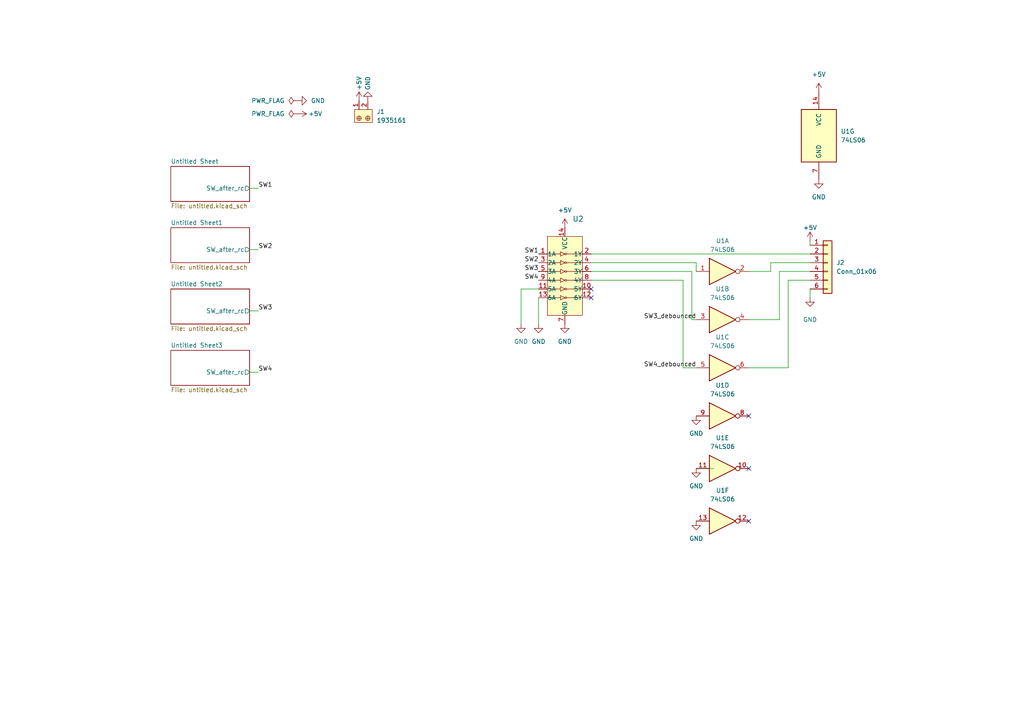
<source format=kicad_sch>
(kicad_sch (version 20230121) (generator eeschema)

  (uuid c1ca48d9-ccf5-4728-b041-a254d6a16158)

  (paper "A4")

  (lib_symbols
    (symbol "74xx:74LS06" (pin_names (offset 1.016)) (in_bom yes) (on_board yes)
      (property "Reference" "U" (at 0 1.27 0)
        (effects (font (size 1.27 1.27)))
      )
      (property "Value" "74LS06" (at 0 -1.27 0)
        (effects (font (size 1.27 1.27)))
      )
      (property "Footprint" "" (at 0 0 0)
        (effects (font (size 1.27 1.27)) hide)
      )
      (property "Datasheet" "http://www.ti.com/lit/gpn/sn74LS06" (at 0 0 0)
        (effects (font (size 1.27 1.27)) hide)
      )
      (property "ki_locked" "" (at 0 0 0)
        (effects (font (size 1.27 1.27)))
      )
      (property "ki_keywords" "TTL not inv OpenCol" (at 0 0 0)
        (effects (font (size 1.27 1.27)) hide)
      )
      (property "ki_description" "Inverter Open Collect" (at 0 0 0)
        (effects (font (size 1.27 1.27)) hide)
      )
      (property "ki_fp_filters" "DIP*W7.62mm*" (at 0 0 0)
        (effects (font (size 1.27 1.27)) hide)
      )
      (symbol "74LS06_1_0"
        (polyline
          (pts
            (xy -3.81 3.81)
            (xy -3.81 -3.81)
            (xy 3.81 0)
            (xy -3.81 3.81)
          )
          (stroke (width 0.254) (type default))
          (fill (type background))
        )
        (pin input line (at -7.62 0 0) (length 3.81)
          (name "~" (effects (font (size 1.27 1.27))))
          (number "1" (effects (font (size 1.27 1.27))))
        )
        (pin open_collector inverted (at 7.62 0 180) (length 3.81)
          (name "~" (effects (font (size 1.27 1.27))))
          (number "2" (effects (font (size 1.27 1.27))))
        )
      )
      (symbol "74LS06_2_0"
        (polyline
          (pts
            (xy -3.81 3.81)
            (xy -3.81 -3.81)
            (xy 3.81 0)
            (xy -3.81 3.81)
          )
          (stroke (width 0.254) (type default))
          (fill (type background))
        )
        (pin input line (at -7.62 0 0) (length 3.81)
          (name "~" (effects (font (size 1.27 1.27))))
          (number "3" (effects (font (size 1.27 1.27))))
        )
        (pin open_collector inverted (at 7.62 0 180) (length 3.81)
          (name "~" (effects (font (size 1.27 1.27))))
          (number "4" (effects (font (size 1.27 1.27))))
        )
      )
      (symbol "74LS06_3_0"
        (polyline
          (pts
            (xy -3.81 3.81)
            (xy -3.81 -3.81)
            (xy 3.81 0)
            (xy -3.81 3.81)
          )
          (stroke (width 0.254) (type default))
          (fill (type background))
        )
        (pin input line (at -7.62 0 0) (length 3.81)
          (name "~" (effects (font (size 1.27 1.27))))
          (number "5" (effects (font (size 1.27 1.27))))
        )
        (pin open_collector inverted (at 7.62 0 180) (length 3.81)
          (name "~" (effects (font (size 1.27 1.27))))
          (number "6" (effects (font (size 1.27 1.27))))
        )
      )
      (symbol "74LS06_4_0"
        (polyline
          (pts
            (xy -3.81 3.81)
            (xy -3.81 -3.81)
            (xy 3.81 0)
            (xy -3.81 3.81)
          )
          (stroke (width 0.254) (type default))
          (fill (type background))
        )
        (pin open_collector inverted (at 7.62 0 180) (length 3.81)
          (name "~" (effects (font (size 1.27 1.27))))
          (number "8" (effects (font (size 1.27 1.27))))
        )
        (pin input line (at -7.62 0 0) (length 3.81)
          (name "~" (effects (font (size 1.27 1.27))))
          (number "9" (effects (font (size 1.27 1.27))))
        )
      )
      (symbol "74LS06_5_0"
        (polyline
          (pts
            (xy -3.81 3.81)
            (xy -3.81 -3.81)
            (xy 3.81 0)
            (xy -3.81 3.81)
          )
          (stroke (width 0.254) (type default))
          (fill (type background))
        )
        (pin open_collector inverted (at 7.62 0 180) (length 3.81)
          (name "~" (effects (font (size 1.27 1.27))))
          (number "10" (effects (font (size 1.27 1.27))))
        )
        (pin input line (at -7.62 0 0) (length 3.81)
          (name "~" (effects (font (size 1.27 1.27))))
          (number "11" (effects (font (size 1.27 1.27))))
        )
      )
      (symbol "74LS06_6_0"
        (polyline
          (pts
            (xy -3.81 3.81)
            (xy -3.81 -3.81)
            (xy 3.81 0)
            (xy -3.81 3.81)
          )
          (stroke (width 0.254) (type default))
          (fill (type background))
        )
        (pin open_collector inverted (at 7.62 0 180) (length 3.81)
          (name "~" (effects (font (size 1.27 1.27))))
          (number "12" (effects (font (size 1.27 1.27))))
        )
        (pin input line (at -7.62 0 0) (length 3.81)
          (name "~" (effects (font (size 1.27 1.27))))
          (number "13" (effects (font (size 1.27 1.27))))
        )
      )
      (symbol "74LS06_7_0"
        (pin power_in line (at 0 12.7 270) (length 5.08)
          (name "VCC" (effects (font (size 1.27 1.27))))
          (number "14" (effects (font (size 1.27 1.27))))
        )
        (pin power_in line (at 0 -12.7 90) (length 5.08)
          (name "GND" (effects (font (size 1.27 1.27))))
          (number "7" (effects (font (size 1.27 1.27))))
        )
      )
      (symbol "74LS06_7_1"
        (rectangle (start -5.08 7.62) (end 5.08 -7.62)
          (stroke (width 0.254) (type default))
          (fill (type background))
        )
      )
    )
    (symbol "Connector_Generic:Conn_01x06" (pin_names (offset 1.016) hide) (in_bom yes) (on_board yes)
      (property "Reference" "J" (at 0 7.62 0)
        (effects (font (size 1.27 1.27)))
      )
      (property "Value" "Conn_01x06" (at 0 -10.16 0)
        (effects (font (size 1.27 1.27)))
      )
      (property "Footprint" "" (at 0 0 0)
        (effects (font (size 1.27 1.27)) hide)
      )
      (property "Datasheet" "~" (at 0 0 0)
        (effects (font (size 1.27 1.27)) hide)
      )
      (property "ki_keywords" "connector" (at 0 0 0)
        (effects (font (size 1.27 1.27)) hide)
      )
      (property "ki_description" "Generic connector, single row, 01x06, script generated (kicad-library-utils/schlib/autogen/connector/)" (at 0 0 0)
        (effects (font (size 1.27 1.27)) hide)
      )
      (property "ki_fp_filters" "Connector*:*_1x??_*" (at 0 0 0)
        (effects (font (size 1.27 1.27)) hide)
      )
      (symbol "Conn_01x06_1_1"
        (rectangle (start -1.27 -7.493) (end 0 -7.747)
          (stroke (width 0.1524) (type default))
          (fill (type none))
        )
        (rectangle (start -1.27 -4.953) (end 0 -5.207)
          (stroke (width 0.1524) (type default))
          (fill (type none))
        )
        (rectangle (start -1.27 -2.413) (end 0 -2.667)
          (stroke (width 0.1524) (type default))
          (fill (type none))
        )
        (rectangle (start -1.27 0.127) (end 0 -0.127)
          (stroke (width 0.1524) (type default))
          (fill (type none))
        )
        (rectangle (start -1.27 2.667) (end 0 2.413)
          (stroke (width 0.1524) (type default))
          (fill (type none))
        )
        (rectangle (start -1.27 5.207) (end 0 4.953)
          (stroke (width 0.1524) (type default))
          (fill (type none))
        )
        (rectangle (start -1.27 6.35) (end 1.27 -8.89)
          (stroke (width 0.254) (type default))
          (fill (type background))
        )
        (pin passive line (at -5.08 5.08 0) (length 3.81)
          (name "Pin_1" (effects (font (size 1.27 1.27))))
          (number "1" (effects (font (size 1.27 1.27))))
        )
        (pin passive line (at -5.08 2.54 0) (length 3.81)
          (name "Pin_2" (effects (font (size 1.27 1.27))))
          (number "2" (effects (font (size 1.27 1.27))))
        )
        (pin passive line (at -5.08 0 0) (length 3.81)
          (name "Pin_3" (effects (font (size 1.27 1.27))))
          (number "3" (effects (font (size 1.27 1.27))))
        )
        (pin passive line (at -5.08 -2.54 0) (length 3.81)
          (name "Pin_4" (effects (font (size 1.27 1.27))))
          (number "4" (effects (font (size 1.27 1.27))))
        )
        (pin passive line (at -5.08 -5.08 0) (length 3.81)
          (name "Pin_5" (effects (font (size 1.27 1.27))))
          (number "5" (effects (font (size 1.27 1.27))))
        )
        (pin passive line (at -5.08 -7.62 0) (length 3.81)
          (name "Pin_6" (effects (font (size 1.27 1.27))))
          (number "6" (effects (font (size 1.27 1.27))))
        )
      )
    )
    (symbol "dk_Logic-Gates-and-Inverters:SN74HC14N" (pin_names (offset 0.0254)) (in_bom yes) (on_board yes)
      (property "Reference" "U" (at -2.54 13.716 0)
        (effects (font (size 1.524 1.524)) (justify right))
      )
      (property "Value" "SN74HC14N" (at 0.254 -11.43 0)
        (effects (font (size 1.524 1.524)) (justify left))
      )
      (property "Footprint" "digikey-footprints:DIP-14_W3mm" (at 5.08 5.08 0)
        (effects (font (size 1.524 1.524)) (justify left) hide)
      )
      (property "Datasheet" "http://www.ti.com/general/docs/suppproductinfo.tsp?distId=10&gotoUrl=http%3A%2F%2Fwww.ti.com%2Flit%2Fgpn%2Fsn74hc14" (at 5.08 7.62 0)
        (effects (font (size 1.524 1.524)) (justify left) hide)
      )
      (property "Digi-Key_PN" "296-1577-5-ND" (at 5.08 10.16 0)
        (effects (font (size 1.524 1.524)) (justify left) hide)
      )
      (property "MPN" "SN74HC14N" (at 5.08 12.7 0)
        (effects (font (size 1.524 1.524)) (justify left) hide)
      )
      (property "Category" "Integrated Circuits (ICs)" (at 5.08 15.24 0)
        (effects (font (size 1.524 1.524)) (justify left) hide)
      )
      (property "Family" "Logic - Gates and Inverters" (at 5.08 17.78 0)
        (effects (font (size 1.524 1.524)) (justify left) hide)
      )
      (property "DK_Datasheet_Link" "http://www.ti.com/general/docs/suppproductinfo.tsp?distId=10&gotoUrl=http%3A%2F%2Fwww.ti.com%2Flit%2Fgpn%2Fsn74hc14" (at 5.08 20.32 0)
        (effects (font (size 1.524 1.524)) (justify left) hide)
      )
      (property "DK_Detail_Page" "/product-detail/en/texas-instruments/SN74HC14N/296-1577-5-ND/277223" (at 5.08 22.86 0)
        (effects (font (size 1.524 1.524)) (justify left) hide)
      )
      (property "Description" "IC INVERTER SCHMITT 6CH 14DIP" (at 5.08 25.4 0)
        (effects (font (size 1.524 1.524)) (justify left) hide)
      )
      (property "Manufacturer" "Texas Instruments" (at 5.08 27.94 0)
        (effects (font (size 1.524 1.524)) (justify left) hide)
      )
      (property "Status" "Active" (at 5.08 30.48 0)
        (effects (font (size 1.524 1.524)) (justify left) hide)
      )
      (property "ki_keywords" "296-1577-5-ND 74HC" (at 0 0 0)
        (effects (font (size 1.27 1.27)) hide)
      )
      (property "ki_description" "IC INVERTER SCHMITT 6CH 14DIP" (at 0 0 0)
        (effects (font (size 1.27 1.27)) hide)
      )
      (symbol "SN74HC14N_0_1"
        (rectangle (start -5.08 12.7) (end 5.08 -10.16)
          (stroke (width 0) (type solid))
          (fill (type background))
        )
        (polyline
          (pts
            (xy -2.54 -5.08)
            (xy -5.08 -5.08)
          )
          (stroke (width 0) (type solid))
          (fill (type none))
        )
        (polyline
          (pts
            (xy -2.54 -2.54)
            (xy -5.08 -2.54)
          )
          (stroke (width 0) (type solid))
          (fill (type none))
        )
        (polyline
          (pts
            (xy -2.54 -2.54)
            (xy -1.27 -2.54)
          )
          (stroke (width 0) (type solid))
          (fill (type none))
        )
        (polyline
          (pts
            (xy -2.54 0)
            (xy -5.08 0)
          )
          (stroke (width 0) (type solid))
          (fill (type none))
        )
        (polyline
          (pts
            (xy -2.54 2.54)
            (xy -5.08 2.54)
          )
          (stroke (width 0) (type solid))
          (fill (type none))
        )
        (polyline
          (pts
            (xy -2.54 2.54)
            (xy -1.27 2.54)
          )
          (stroke (width 0) (type solid))
          (fill (type none))
        )
        (polyline
          (pts
            (xy -2.54 5.08)
            (xy -5.08 5.08)
          )
          (stroke (width 0) (type solid))
          (fill (type none))
        )
        (polyline
          (pts
            (xy -2.54 7.62)
            (xy -5.08 7.62)
          )
          (stroke (width 0) (type solid))
          (fill (type none))
        )
        (polyline
          (pts
            (xy -1.27 -5.08)
            (xy -2.54 -5.08)
          )
          (stroke (width 0) (type solid))
          (fill (type none))
        )
        (polyline
          (pts
            (xy -1.27 0)
            (xy -2.54 0)
          )
          (stroke (width 0) (type solid))
          (fill (type none))
        )
        (polyline
          (pts
            (xy -1.27 5.08)
            (xy -2.54 5.08)
          )
          (stroke (width 0) (type solid))
          (fill (type none))
        )
        (polyline
          (pts
            (xy -1.27 7.62)
            (xy -2.54 7.62)
          )
          (stroke (width 0) (type solid))
          (fill (type none))
        )
        (polyline
          (pts
            (xy 0.508 -5.08)
            (xy 2.54 -5.08)
          )
          (stroke (width 0) (type solid))
          (fill (type none))
        )
        (polyline
          (pts
            (xy 0.508 0)
            (xy 2.54 0)
          )
          (stroke (width 0) (type solid))
          (fill (type none))
        )
        (polyline
          (pts
            (xy 0.508 2.54)
            (xy 2.54 2.54)
          )
          (stroke (width 0) (type solid))
          (fill (type none))
        )
        (polyline
          (pts
            (xy 0.508 5.08)
            (xy 2.54 5.08)
          )
          (stroke (width 0) (type solid))
          (fill (type none))
        )
        (polyline
          (pts
            (xy 2.54 -2.54)
            (xy 0.508 -2.54)
          )
          (stroke (width 0) (type solid))
          (fill (type none))
        )
        (polyline
          (pts
            (xy 2.54 7.62)
            (xy 0.508 7.62)
          )
          (stroke (width 0) (type solid))
          (fill (type none))
        )
        (polyline
          (pts
            (xy 5.08 -5.08)
            (xy 2.54 -5.08)
          )
          (stroke (width 0) (type solid))
          (fill (type none))
        )
        (polyline
          (pts
            (xy 5.08 -2.54)
            (xy 2.54 -2.54)
          )
          (stroke (width 0) (type solid))
          (fill (type none))
        )
        (polyline
          (pts
            (xy 5.08 0)
            (xy 2.54 0)
          )
          (stroke (width 0) (type solid))
          (fill (type none))
        )
        (polyline
          (pts
            (xy 5.08 2.54)
            (xy 2.54 2.54)
          )
          (stroke (width 0) (type solid))
          (fill (type none))
        )
        (polyline
          (pts
            (xy 5.08 5.08)
            (xy 2.54 5.08)
          )
          (stroke (width 0) (type solid))
          (fill (type none))
        )
        (polyline
          (pts
            (xy 5.08 7.62)
            (xy 2.54 7.62)
          )
          (stroke (width 0) (type solid))
          (fill (type none))
        )
        (polyline
          (pts
            (xy -1.27 -4.445)
            (xy -1.27 -5.715)
            (xy 0 -5.08)
            (xy -1.27 -4.445)
          )
          (stroke (width 0) (type solid))
          (fill (type none))
        )
        (polyline
          (pts
            (xy -1.27 -1.905)
            (xy -1.27 -3.175)
            (xy 0 -2.54)
            (xy -1.27 -1.905)
          )
          (stroke (width 0) (type solid))
          (fill (type none))
        )
        (polyline
          (pts
            (xy -1.27 0.635)
            (xy -1.27 -0.635)
            (xy 0 0)
            (xy -1.27 0.635)
          )
          (stroke (width 0) (type solid))
          (fill (type none))
        )
        (polyline
          (pts
            (xy -1.27 3.175)
            (xy -1.27 1.905)
            (xy 0 2.54)
            (xy -1.27 3.175)
          )
          (stroke (width 0) (type solid))
          (fill (type none))
        )
        (polyline
          (pts
            (xy -1.27 5.715)
            (xy -1.27 4.445)
            (xy 0 5.08)
            (xy -1.27 5.715)
          )
          (stroke (width 0) (type solid))
          (fill (type none))
        )
        (polyline
          (pts
            (xy -1.27 8.255)
            (xy -1.27 6.985)
            (xy 0 7.62)
            (xy -1.27 8.255)
          )
          (stroke (width 0) (type solid))
          (fill (type none))
        )
        (circle (center 0.254 -5.08) (radius 0.254)
          (stroke (width 0) (type solid))
          (fill (type none))
        )
        (circle (center 0.254 -2.54) (radius 0.254)
          (stroke (width 0) (type solid))
          (fill (type none))
        )
        (circle (center 0.254 0) (radius 0.254)
          (stroke (width 0) (type solid))
          (fill (type none))
        )
        (circle (center 0.254 2.54) (radius 0.254)
          (stroke (width 0) (type solid))
          (fill (type none))
        )
        (circle (center 0.254 5.08) (radius 0.254)
          (stroke (width 0) (type solid))
          (fill (type none))
        )
        (circle (center 0.254 7.62) (radius 0.254)
          (stroke (width 0) (type solid))
          (fill (type none))
        )
      )
      (symbol "SN74HC14N_1_1"
        (pin input line (at -7.62 7.62 0) (length 2.54)
          (name "1A" (effects (font (size 1.27 1.27))))
          (number "1" (effects (font (size 1.27 1.27))))
        )
        (pin output line (at 7.62 -2.54 180) (length 2.54)
          (name "5Y" (effects (font (size 1.27 1.27))))
          (number "10" (effects (font (size 1.27 1.27))))
        )
        (pin input line (at -7.62 -2.54 0) (length 2.54)
          (name "5A" (effects (font (size 1.27 1.27))))
          (number "11" (effects (font (size 1.27 1.27))))
        )
        (pin output line (at 7.62 -5.08 180) (length 2.54)
          (name "6Y" (effects (font (size 1.27 1.27))))
          (number "12" (effects (font (size 1.27 1.27))))
        )
        (pin input line (at -7.62 -5.08 0) (length 2.54)
          (name "6A" (effects (font (size 1.27 1.27))))
          (number "13" (effects (font (size 1.27 1.27))))
        )
        (pin power_in line (at 0 15.24 270) (length 2.54)
          (name "VCC" (effects (font (size 1.27 1.27))))
          (number "14" (effects (font (size 1.27 1.27))))
        )
        (pin output line (at 7.62 7.62 180) (length 2.54)
          (name "1Y" (effects (font (size 1.27 1.27))))
          (number "2" (effects (font (size 1.27 1.27))))
        )
        (pin input line (at -7.62 5.08 0) (length 2.54)
          (name "2A" (effects (font (size 1.27 1.27))))
          (number "3" (effects (font (size 1.27 1.27))))
        )
        (pin output line (at 7.62 5.08 180) (length 2.54)
          (name "2Y" (effects (font (size 1.27 1.27))))
          (number "4" (effects (font (size 1.27 1.27))))
        )
        (pin input line (at -7.62 2.54 0) (length 2.54)
          (name "3A" (effects (font (size 1.27 1.27))))
          (number "5" (effects (font (size 1.27 1.27))))
        )
        (pin output line (at 7.62 2.54 180) (length 2.54)
          (name "3Y" (effects (font (size 1.27 1.27))))
          (number "6" (effects (font (size 1.27 1.27))))
        )
        (pin power_in line (at 0 -12.7 90) (length 2.54)
          (name "GND" (effects (font (size 1.27 1.27))))
          (number "7" (effects (font (size 1.27 1.27))))
        )
        (pin output line (at 7.62 0 180) (length 2.54)
          (name "4Y" (effects (font (size 1.27 1.27))))
          (number "8" (effects (font (size 1.27 1.27))))
        )
        (pin input line (at -7.62 0 0) (length 2.54)
          (name "4A" (effects (font (size 1.27 1.27))))
          (number "9" (effects (font (size 1.27 1.27))))
        )
      )
    )
    (symbol "dk_Terminal-Blocks-Wire-to-Board:1935161" (pin_names (offset 1.016)) (in_bom yes) (on_board yes)
      (property "Reference" "J" (at -1.27 5.08 0)
        (effects (font (size 1.27 1.27)) (justify right))
      )
      (property "Value" "1935161" (at 1.27 -2.54 0)
        (effects (font (size 1.27 1.27)))
      )
      (property "Footprint" "digikey-footprints:Terminal_Block_D1.3mm_P5mm" (at 5.08 5.08 0)
        (effects (font (size 1.524 1.524)) (justify left) hide)
      )
      (property "Datasheet" "https://media.digikey.com/pdf/Data%20Sheets/Phoenix%20Contact%20PDFs/1935161.pdf" (at 5.08 7.62 0)
        (effects (font (size 1.524 1.524)) (justify left) hide)
      )
      (property "Digi-Key_PN" "277-1667-ND" (at 5.08 10.16 0)
        (effects (font (size 1.524 1.524)) (justify left) hide)
      )
      (property "MPN" "1935161" (at 5.08 12.7 0)
        (effects (font (size 1.524 1.524)) (justify left) hide)
      )
      (property "Category" "Connectors, Interconnects" (at 5.08 15.24 0)
        (effects (font (size 1.524 1.524)) (justify left) hide)
      )
      (property "Family" "Terminal Blocks - Wire to Board" (at 5.08 17.78 0)
        (effects (font (size 1.524 1.524)) (justify left) hide)
      )
      (property "DK_Datasheet_Link" "https://media.digikey.com/pdf/Data%20Sheets/Phoenix%20Contact%20PDFs/1935161.pdf" (at 5.08 20.32 0)
        (effects (font (size 1.524 1.524)) (justify left) hide)
      )
      (property "DK_Detail_Page" "/product-detail/en/phoenix-contact/1935161/277-1667-ND/568614" (at 5.08 22.86 0)
        (effects (font (size 1.524 1.524)) (justify left) hide)
      )
      (property "Description" "TERM BLK 2POS SIDE ENTRY 5MM PCB" (at 5.08 25.4 0)
        (effects (font (size 1.524 1.524)) (justify left) hide)
      )
      (property "Manufacturer" "Phoenix Contact" (at 5.08 27.94 0)
        (effects (font (size 1.524 1.524)) (justify left) hide)
      )
      (property "Status" "Active" (at 5.08 30.48 0)
        (effects (font (size 1.524 1.524)) (justify left) hide)
      )
      (property "ki_keywords" "277-1667-ND COMBICON PT" (at 0 0 0)
        (effects (font (size 1.27 1.27)) hide)
      )
      (property "ki_description" "TERM BLK 2POS SIDE ENTRY 5MM PCB" (at 0 0 0)
        (effects (font (size 1.27 1.27)) hide)
      )
      (symbol "1935161_0_1"
        (rectangle (start -1.27 2.54) (end 3.81 -1.27)
          (stroke (width 0) (type solid))
          (fill (type background))
        )
        (polyline
          (pts
            (xy 0 0.635)
            (xy 0 -0.635)
          )
          (stroke (width 0) (type solid))
          (fill (type none))
        )
        (polyline
          (pts
            (xy 0.635 0)
            (xy -0.635 0)
          )
          (stroke (width 0) (type solid))
          (fill (type none))
        )
        (polyline
          (pts
            (xy 1.905 0)
            (xy 3.175 0)
          )
          (stroke (width 0) (type solid))
          (fill (type none))
        )
        (polyline
          (pts
            (xy 2.54 0.635)
            (xy 2.54 -0.635)
          )
          (stroke (width 0) (type solid))
          (fill (type none))
        )
        (circle (center 0 0) (radius 0.635)
          (stroke (width 0) (type solid))
          (fill (type none))
        )
        (circle (center 2.54 0) (radius 0.635)
          (stroke (width 0) (type solid))
          (fill (type none))
        )
      )
      (symbol "1935161_1_1"
        (pin passive line (at 0 5.08 270) (length 2.54)
          (name "~" (effects (font (size 1.27 1.27))))
          (number "1" (effects (font (size 1.27 1.27))))
        )
        (pin passive line (at 2.54 5.08 270) (length 2.54)
          (name "~" (effects (font (size 1.27 1.27))))
          (number "2" (effects (font (size 1.27 1.27))))
        )
      )
    )
    (symbol "power:+5V" (power) (pin_names (offset 0)) (in_bom yes) (on_board yes)
      (property "Reference" "#PWR" (at 0 -3.81 0)
        (effects (font (size 1.27 1.27)) hide)
      )
      (property "Value" "+5V" (at 0 3.556 0)
        (effects (font (size 1.27 1.27)))
      )
      (property "Footprint" "" (at 0 0 0)
        (effects (font (size 1.27 1.27)) hide)
      )
      (property "Datasheet" "" (at 0 0 0)
        (effects (font (size 1.27 1.27)) hide)
      )
      (property "ki_keywords" "global power" (at 0 0 0)
        (effects (font (size 1.27 1.27)) hide)
      )
      (property "ki_description" "Power symbol creates a global label with name \"+5V\"" (at 0 0 0)
        (effects (font (size 1.27 1.27)) hide)
      )
      (symbol "+5V_0_1"
        (polyline
          (pts
            (xy -0.762 1.27)
            (xy 0 2.54)
          )
          (stroke (width 0) (type default))
          (fill (type none))
        )
        (polyline
          (pts
            (xy 0 0)
            (xy 0 2.54)
          )
          (stroke (width 0) (type default))
          (fill (type none))
        )
        (polyline
          (pts
            (xy 0 2.54)
            (xy 0.762 1.27)
          )
          (stroke (width 0) (type default))
          (fill (type none))
        )
      )
      (symbol "+5V_1_1"
        (pin power_in line (at 0 0 90) (length 0) hide
          (name "+5V" (effects (font (size 1.27 1.27))))
          (number "1" (effects (font (size 1.27 1.27))))
        )
      )
    )
    (symbol "power:GND" (power) (pin_names (offset 0)) (in_bom yes) (on_board yes)
      (property "Reference" "#PWR" (at 0 -6.35 0)
        (effects (font (size 1.27 1.27)) hide)
      )
      (property "Value" "GND" (at 0 -3.81 0)
        (effects (font (size 1.27 1.27)))
      )
      (property "Footprint" "" (at 0 0 0)
        (effects (font (size 1.27 1.27)) hide)
      )
      (property "Datasheet" "" (at 0 0 0)
        (effects (font (size 1.27 1.27)) hide)
      )
      (property "ki_keywords" "global power" (at 0 0 0)
        (effects (font (size 1.27 1.27)) hide)
      )
      (property "ki_description" "Power symbol creates a global label with name \"GND\" , ground" (at 0 0 0)
        (effects (font (size 1.27 1.27)) hide)
      )
      (symbol "GND_0_1"
        (polyline
          (pts
            (xy 0 0)
            (xy 0 -1.27)
            (xy 1.27 -1.27)
            (xy 0 -2.54)
            (xy -1.27 -1.27)
            (xy 0 -1.27)
          )
          (stroke (width 0) (type default))
          (fill (type none))
        )
      )
      (symbol "GND_1_1"
        (pin power_in line (at 0 0 270) (length 0) hide
          (name "GND" (effects (font (size 1.27 1.27))))
          (number "1" (effects (font (size 1.27 1.27))))
        )
      )
    )
    (symbol "power:PWR_FLAG" (power) (pin_numbers hide) (pin_names (offset 0) hide) (in_bom yes) (on_board yes)
      (property "Reference" "#FLG" (at 0 1.905 0)
        (effects (font (size 1.27 1.27)) hide)
      )
      (property "Value" "PWR_FLAG" (at 0 3.81 0)
        (effects (font (size 1.27 1.27)))
      )
      (property "Footprint" "" (at 0 0 0)
        (effects (font (size 1.27 1.27)) hide)
      )
      (property "Datasheet" "~" (at 0 0 0)
        (effects (font (size 1.27 1.27)) hide)
      )
      (property "ki_keywords" "flag power" (at 0 0 0)
        (effects (font (size 1.27 1.27)) hide)
      )
      (property "ki_description" "Special symbol for telling ERC where power comes from" (at 0 0 0)
        (effects (font (size 1.27 1.27)) hide)
      )
      (symbol "PWR_FLAG_0_0"
        (pin power_out line (at 0 0 90) (length 0)
          (name "pwr" (effects (font (size 1.27 1.27))))
          (number "1" (effects (font (size 1.27 1.27))))
        )
      )
      (symbol "PWR_FLAG_0_1"
        (polyline
          (pts
            (xy 0 0)
            (xy 0 1.27)
            (xy -1.016 1.905)
            (xy 0 2.54)
            (xy 1.016 1.905)
            (xy 0 1.27)
          )
          (stroke (width 0) (type default))
          (fill (type none))
        )
      )
    )
  )


  (no_connect (at 171.45 86.36) (uuid 0871175e-5a15-4de7-af06-326d8367e2e6))
  (no_connect (at 217.17 120.65) (uuid 14cd0e46-1ab3-46f0-9b4c-e0ac25e55d09))
  (no_connect (at 171.45 83.82) (uuid 1585b387-b5ce-42a1-bc8e-c9aa9770d18d))
  (no_connect (at 217.17 151.13) (uuid 5c48e229-254a-4d4c-962b-dc280488bea1))
  (no_connect (at 217.17 135.89) (uuid ae830387-e38d-474a-9090-67b26badec2f))

  (wire (pts (xy 151.13 83.82) (xy 156.21 83.82))
    (stroke (width 0) (type default))
    (uuid 01036d01-6c6e-457d-8c13-51fc91697bbc)
  )
  (wire (pts (xy 228.6 106.68) (xy 228.6 81.28))
    (stroke (width 0) (type default))
    (uuid 0dbcb992-abc8-4cdd-a472-709973c19d33)
  )
  (wire (pts (xy 201.93 76.2) (xy 201.93 78.74))
    (stroke (width 0) (type default))
    (uuid 1090f8eb-c5b4-4e4b-b1fb-b3cf4c6619f5)
  )
  (wire (pts (xy 198.12 106.68) (xy 201.93 106.68))
    (stroke (width 0) (type default))
    (uuid 16e64cf1-9c89-4163-b7fc-ab55cda28af8)
  )
  (wire (pts (xy 217.17 78.74) (xy 223.52 78.74))
    (stroke (width 0) (type default))
    (uuid 241e9afa-0943-4bf0-abdb-7796921bb526)
  )
  (wire (pts (xy 228.6 81.28) (xy 234.95 81.28))
    (stroke (width 0) (type default))
    (uuid 31414c8e-d14b-482e-a13b-42a95ebef02a)
  )
  (wire (pts (xy 226.06 92.71) (xy 226.06 78.74))
    (stroke (width 0) (type default))
    (uuid 396ced86-4191-4884-b146-309409de37f0)
  )
  (wire (pts (xy 72.39 72.39) (xy 74.93 72.39))
    (stroke (width 0) (type default))
    (uuid 459a986d-d154-4375-9e3c-e88216bbf0a7)
  )
  (wire (pts (xy 223.52 78.74) (xy 223.52 76.2))
    (stroke (width 0) (type default))
    (uuid 46b912dd-3af2-4b25-8e02-650bce55da51)
  )
  (wire (pts (xy 171.45 76.2) (xy 201.93 76.2))
    (stroke (width 0) (type default))
    (uuid 49d6cb8c-c271-48fa-83c1-55df46e7cee5)
  )
  (wire (pts (xy 200.66 78.74) (xy 200.66 92.71))
    (stroke (width 0) (type default))
    (uuid 54ab71d5-0007-4d56-91c3-635029ddb216)
  )
  (wire (pts (xy 72.39 90.17) (xy 74.93 90.17))
    (stroke (width 0) (type default))
    (uuid 5f81b071-425a-4fe3-b0ae-8a92526e93f6)
  )
  (wire (pts (xy 72.39 107.95) (xy 74.93 107.95))
    (stroke (width 0) (type default))
    (uuid 661a6a8e-0550-44ff-ac90-9d169f4c53de)
  )
  (wire (pts (xy 151.13 93.98) (xy 151.13 83.82))
    (stroke (width 0) (type default))
    (uuid 73c1f21b-b249-44c0-904a-04bfb3ece045)
  )
  (wire (pts (xy 226.06 78.74) (xy 234.95 78.74))
    (stroke (width 0) (type default))
    (uuid 8b9cdca7-ac57-491c-8b55-fbc9b1b0d21e)
  )
  (wire (pts (xy 201.93 135.89) (xy 207.01 135.89))
    (stroke (width 0) (type default))
    (uuid 97edf4fc-e7b1-46bf-b7b4-46c6114703c7)
  )
  (wire (pts (xy 234.95 71.12) (xy 234.95 69.85))
    (stroke (width 0) (type default))
    (uuid a984ee29-944e-4817-851f-5673722885c4)
  )
  (wire (pts (xy 171.45 73.66) (xy 234.95 73.66))
    (stroke (width 0) (type default))
    (uuid b8680b16-661a-4e19-911a-c35d4f64e0cf)
  )
  (wire (pts (xy 171.45 81.28) (xy 198.12 81.28))
    (stroke (width 0) (type default))
    (uuid bb9b4fbe-70ef-4091-b1a6-9113770fb548)
  )
  (wire (pts (xy 156.21 86.36) (xy 156.21 93.98))
    (stroke (width 0) (type default))
    (uuid bbbaa9e3-df03-4bf3-b0b0-89efcda004a6)
  )
  (wire (pts (xy 200.66 92.71) (xy 201.93 92.71))
    (stroke (width 0) (type default))
    (uuid be58404f-3b91-4fa8-8aa5-ab9e834eb2be)
  )
  (wire (pts (xy 223.52 76.2) (xy 234.95 76.2))
    (stroke (width 0) (type default))
    (uuid bf1f58a4-3cd5-4cf4-a996-22a949c7e6d1)
  )
  (wire (pts (xy 198.12 81.28) (xy 198.12 106.68))
    (stroke (width 0) (type default))
    (uuid c25447e0-9387-4143-bd6e-d4a490e4c6aa)
  )
  (wire (pts (xy 234.95 83.82) (xy 234.95 86.36))
    (stroke (width 0) (type default))
    (uuid d3fb23a1-0ccb-4d17-b501-ad7f605802b6)
  )
  (wire (pts (xy 72.39 54.61) (xy 74.93 54.61))
    (stroke (width 0) (type default))
    (uuid f43fb9c5-d888-464c-a9bd-aa5dd746c617)
  )
  (wire (pts (xy 217.17 106.68) (xy 228.6 106.68))
    (stroke (width 0) (type default))
    (uuid f994a97b-88ec-4c96-b638-08ea62b0070d)
  )
  (wire (pts (xy 171.45 78.74) (xy 200.66 78.74))
    (stroke (width 0) (type default))
    (uuid fd004644-0f17-48e7-b791-7b702299a438)
  )
  (wire (pts (xy 217.17 92.71) (xy 226.06 92.71))
    (stroke (width 0) (type default))
    (uuid febb2a6d-ab22-416d-bbb2-b9315a94c704)
  )

  (label "SW4_debounced" (at 201.93 106.68 180) (fields_autoplaced)
    (effects (font (size 1.27 1.27)) (justify right bottom))
    (uuid 0b7d6ecd-e693-4a81-bf87-6df531f1a5e7)
  )
  (label "SW3_debounced" (at 201.93 92.71 180) (fields_autoplaced)
    (effects (font (size 1.27 1.27)) (justify right bottom))
    (uuid 0df31b04-ad1d-4fc9-bf3d-14e4f40129a3)
  )
  (label "SW3" (at 156.21 78.74 180) (fields_autoplaced)
    (effects (font (size 1.27 1.27)) (justify right bottom))
    (uuid 7ace4a12-fd5a-4a96-a05a-2593ee35d6a9)
  )
  (label "SW2" (at 156.21 76.2 180) (fields_autoplaced)
    (effects (font (size 1.27 1.27)) (justify right bottom))
    (uuid 8cfd2180-e19c-495a-81b4-f2f30ae3b133)
  )
  (label "SW1" (at 74.93 54.61 0) (fields_autoplaced)
    (effects (font (size 1.27 1.27)) (justify left bottom))
    (uuid 8dfb5274-4746-4380-9d01-896524bed76d)
  )
  (label "SW2" (at 74.93 72.39 0) (fields_autoplaced)
    (effects (font (size 1.27 1.27)) (justify left bottom))
    (uuid 985b5b2b-eadd-46a7-b1fd-07832b4222eb)
  )
  (label "SW4" (at 156.21 81.28 180) (fields_autoplaced)
    (effects (font (size 1.27 1.27)) (justify right bottom))
    (uuid a4c16281-a3d6-48d6-9083-3363a1011686)
  )
  (label "SW1" (at 156.21 73.66 180) (fields_autoplaced)
    (effects (font (size 1.27 1.27)) (justify right bottom))
    (uuid c7ad3a45-8700-4e22-aac7-72d773553e9b)
  )
  (label "SW3" (at 74.93 90.17 0) (fields_autoplaced)
    (effects (font (size 1.27 1.27)) (justify left bottom))
    (uuid e6eda15c-add5-45e1-aff1-12dd9151c8bd)
  )
  (label "SW4" (at 74.93 107.95 0) (fields_autoplaced)
    (effects (font (size 1.27 1.27)) (justify left bottom))
    (uuid f7b55eb0-a2db-4dc8-90dd-73f1192ec5e0)
  )

  (symbol (lib_id "74xx:74LS06") (at 209.55 106.68 0) (unit 3)
    (in_bom yes) (on_board yes) (dnp no) (fields_autoplaced)
    (uuid 00759fec-ea72-426c-80cc-c7cd92e47fb6)
    (property "Reference" "U1" (at 209.55 97.79 0)
      (effects (font (size 1.27 1.27)))
    )
    (property "Value" "74LS06" (at 209.55 100.33 0)
      (effects (font (size 1.27 1.27)))
    )
    (property "Footprint" "Package_DIP:DIP-14_W7.62mm" (at 209.55 106.68 0)
      (effects (font (size 1.27 1.27)) hide)
    )
    (property "Datasheet" "http://www.ti.com/lit/gpn/sn74LS06" (at 209.55 106.68 0)
      (effects (font (size 1.27 1.27)) hide)
    )
    (pin "1" (uuid eac3101e-b613-493b-9c96-78c1fa5452fd))
    (pin "2" (uuid 68304244-86b7-42f8-a444-b3de4b665094))
    (pin "3" (uuid fdf44155-f069-47f2-ab97-324c81a14b64))
    (pin "4" (uuid 858c2b74-268e-40be-8b4c-5b62a5bfa382))
    (pin "5" (uuid 436dbd01-190d-4720-bf17-c8c4a3872b36))
    (pin "6" (uuid 75550e81-c8ce-44f2-bb91-f574f8d6d3d6))
    (pin "8" (uuid 68b07da9-a23e-4981-8667-6c26076c9f37))
    (pin "9" (uuid 473b0ef5-64ff-4dd8-af87-ff2931b90a4c))
    (pin "10" (uuid 69427651-f993-4f2a-b698-cfb4bc52b443))
    (pin "11" (uuid c4c20689-d364-4e0c-b347-2b1865864411))
    (pin "12" (uuid 11f389b1-af36-4023-8034-3fa7ca6ee22f))
    (pin "13" (uuid a82b9d2c-e754-452c-9e32-a6c0cb9867f4))
    (pin "14" (uuid 6e9b0eac-2f22-48a4-af96-18fbadd19da6))
    (pin "7" (uuid 8a69b59f-0e2e-462d-9044-7bafdc4435ca))
    (instances
      (project "4-button debouncer"
        (path "/c1ca48d9-ccf5-4728-b041-a254d6a16158"
          (reference "U1") (unit 3)
        )
      )
    )
  )

  (symbol (lib_id "power:+5V") (at 237.49 26.67 0) (unit 1)
    (in_bom yes) (on_board yes) (dnp no)
    (uuid 03bb3f28-e858-4ef7-bc72-32879e707c1f)
    (property "Reference" "#PWR01" (at 237.49 30.48 0)
      (effects (font (size 1.27 1.27)) hide)
    )
    (property "Value" "+5V" (at 237.49 21.59 0)
      (effects (font (size 1.27 1.27)))
    )
    (property "Footprint" "" (at 237.49 26.67 0)
      (effects (font (size 1.27 1.27)) hide)
    )
    (property "Datasheet" "" (at 237.49 26.67 0)
      (effects (font (size 1.27 1.27)) hide)
    )
    (pin "1" (uuid 086bb5d7-d1d7-4ea7-a1c8-7260e2b874fe))
    (instances
      (project "4-button debouncer"
        (path "/c1ca48d9-ccf5-4728-b041-a254d6a16158"
          (reference "#PWR01") (unit 1)
        )
      )
    )
  )

  (symbol (lib_id "power:+5V") (at 104.14 29.21 0) (unit 1)
    (in_bom yes) (on_board yes) (dnp no)
    (uuid 0fcf1581-04f4-4321-87b8-18e1571f35be)
    (property "Reference" "#PWR02" (at 104.14 33.02 0)
      (effects (font (size 1.27 1.27)) hide)
    )
    (property "Value" "+5V" (at 104.14 24.13 90)
      (effects (font (size 1.27 1.27)))
    )
    (property "Footprint" "" (at 104.14 29.21 0)
      (effects (font (size 1.27 1.27)) hide)
    )
    (property "Datasheet" "" (at 104.14 29.21 0)
      (effects (font (size 1.27 1.27)) hide)
    )
    (pin "1" (uuid 3c790ddd-ff97-4454-942b-3dcfad28299d))
    (instances
      (project "4-button debouncer"
        (path "/c1ca48d9-ccf5-4728-b041-a254d6a16158"
          (reference "#PWR02") (unit 1)
        )
      )
    )
  )

  (symbol (lib_id "dk_Logic-Gates-and-Inverters:SN74HC14N") (at 163.83 81.28 0) (unit 1)
    (in_bom yes) (on_board yes) (dnp no) (fields_autoplaced)
    (uuid 1205824a-bb17-4188-a0dd-db2aa1e0d7ef)
    (property "Reference" "U2" (at 166.0241 63.5 0)
      (effects (font (size 1.524 1.524)) (justify left))
    )
    (property "Value" "SN74HC14N" (at 166.0241 66.04 0)
      (effects (font (size 1.524 1.524)) (justify left) hide)
    )
    (property "Footprint" "digikey-footprints:DIP-14_W3mm" (at 168.91 76.2 0)
      (effects (font (size 1.524 1.524)) (justify left) hide)
    )
    (property "Datasheet" "http://www.ti.com/general/docs/suppproductinfo.tsp?distId=10&gotoUrl=http%3A%2F%2Fwww.ti.com%2Flit%2Fgpn%2Fsn74hc14" (at 168.91 73.66 0)
      (effects (font (size 1.524 1.524)) (justify left) hide)
    )
    (property "Digi-Key_PN" "296-1577-5-ND" (at 168.91 71.12 0)
      (effects (font (size 1.524 1.524)) (justify left) hide)
    )
    (property "MPN" "SN74HC14N" (at 168.91 68.58 0)
      (effects (font (size 1.524 1.524)) (justify left) hide)
    )
    (property "Category" "Integrated Circuits (ICs)" (at 168.91 66.04 0)
      (effects (font (size 1.524 1.524)) (justify left) hide)
    )
    (property "Family" "Logic - Gates and Inverters" (at 168.91 63.5 0)
      (effects (font (size 1.524 1.524)) (justify left) hide)
    )
    (property "DK_Datasheet_Link" "http://www.ti.com/general/docs/suppproductinfo.tsp?distId=10&gotoUrl=http%3A%2F%2Fwww.ti.com%2Flit%2Fgpn%2Fsn74hc14" (at 168.91 60.96 0)
      (effects (font (size 1.524 1.524)) (justify left) hide)
    )
    (property "DK_Detail_Page" "/product-detail/en/texas-instruments/SN74HC14N/296-1577-5-ND/277223" (at 168.91 58.42 0)
      (effects (font (size 1.524 1.524)) (justify left) hide)
    )
    (property "Description" "IC INVERTER SCHMITT 6CH 14DIP" (at 168.91 55.88 0)
      (effects (font (size 1.524 1.524)) (justify left) hide)
    )
    (property "Manufacturer" "Texas Instruments" (at 168.91 53.34 0)
      (effects (font (size 1.524 1.524)) (justify left) hide)
    )
    (property "Status" "Active" (at 168.91 50.8 0)
      (effects (font (size 1.524 1.524)) (justify left) hide)
    )
    (pin "1" (uuid 42021962-e914-4afa-95fd-174d771ba816))
    (pin "10" (uuid c11219a7-bed9-4720-8c85-af840c3db5f8))
    (pin "11" (uuid ed6741dc-59fa-4fec-a0dc-1a0068954982))
    (pin "12" (uuid b56818cd-14ec-4693-ad2d-333a9d939617))
    (pin "13" (uuid e8690bc8-6853-4860-89cb-bae202d2a02a))
    (pin "14" (uuid 7257a7ff-5336-45b9-8698-b8d7a33ae226))
    (pin "2" (uuid c7a0ef3f-8056-4aa1-98fc-57bdc1b5bf8d))
    (pin "3" (uuid 9c6b4900-b63d-420a-9532-5404c5f983dc))
    (pin "4" (uuid 98be6110-a713-40b1-9295-16359a291f4c))
    (pin "5" (uuid 6b36d764-930a-4735-b6fc-920eea5857f2))
    (pin "6" (uuid eaf8d41d-3901-434a-8086-08e4644b70b3))
    (pin "7" (uuid e8885528-b89e-4522-818b-53527f30ce46))
    (pin "8" (uuid b05ba91a-776c-4faa-ac00-20776914917d))
    (pin "9" (uuid a8571133-92d7-47ed-b8ac-a4a79ef16dce))
    (instances
      (project "4-button debouncer"
        (path "/c1ca48d9-ccf5-4728-b041-a254d6a16158"
          (reference "U2") (unit 1)
        )
      )
    )
  )

  (symbol (lib_id "74xx:74LS06") (at 237.49 39.37 0) (unit 7)
    (in_bom yes) (on_board yes) (dnp no) (fields_autoplaced)
    (uuid 1d859014-4d87-49ae-9c9e-777d7e29b456)
    (property "Reference" "U1" (at 243.84 38.1 0)
      (effects (font (size 1.27 1.27)) (justify left))
    )
    (property "Value" "74LS06" (at 243.84 40.64 0)
      (effects (font (size 1.27 1.27)) (justify left))
    )
    (property "Footprint" "Package_DIP:DIP-14_W7.62mm" (at 237.49 39.37 0)
      (effects (font (size 1.27 1.27)) hide)
    )
    (property "Datasheet" "http://www.ti.com/lit/gpn/sn74LS06" (at 237.49 39.37 0)
      (effects (font (size 1.27 1.27)) hide)
    )
    (pin "1" (uuid 535b0133-2cc0-47e0-8c58-7572d0f0313c))
    (pin "2" (uuid 4f773316-af12-40fe-b5e4-f4d346249363))
    (pin "3" (uuid 514bbb71-6f71-4061-83a2-86b9aa23f34a))
    (pin "4" (uuid dc5e436a-fe8b-4ca5-843c-9e5f37853420))
    (pin "5" (uuid 722fbaa1-af18-4248-9cb9-336ff1a8c6f2))
    (pin "6" (uuid b7ef67ca-c5ca-40eb-8a88-147ad0085fb9))
    (pin "8" (uuid e3dc2d91-29f9-4140-972f-d4fed2e51b28))
    (pin "9" (uuid 6810747f-3a35-49c8-9bef-6bc9096f31ca))
    (pin "10" (uuid 8691a35f-73e2-4276-bbd8-468ca8be25da))
    (pin "11" (uuid 780e9e3d-4e62-4ad7-8a0a-6baf52238427))
    (pin "12" (uuid 76625e93-2462-4006-a4a7-85a26b528565))
    (pin "13" (uuid 40e0a969-94a6-452e-9044-5e892a2a3578))
    (pin "14" (uuid c79a3d35-804b-4077-9ecf-f269998805da))
    (pin "7" (uuid 24640af5-adf7-4bf3-89cf-71e0011950ab))
    (instances
      (project "4-button debouncer"
        (path "/c1ca48d9-ccf5-4728-b041-a254d6a16158"
          (reference "U1") (unit 7)
        )
      )
    )
  )

  (symbol (lib_id "power:GND") (at 201.93 151.13 0) (unit 1)
    (in_bom yes) (on_board yes) (dnp no) (fields_autoplaced)
    (uuid 1de852b1-cc2f-4d5e-aafa-9677bb9f5e19)
    (property "Reference" "#PWR012" (at 201.93 157.48 0)
      (effects (font (size 1.27 1.27)) hide)
    )
    (property "Value" "GND" (at 201.93 156.21 0)
      (effects (font (size 1.27 1.27)))
    )
    (property "Footprint" "" (at 201.93 151.13 0)
      (effects (font (size 1.27 1.27)) hide)
    )
    (property "Datasheet" "" (at 201.93 151.13 0)
      (effects (font (size 1.27 1.27)) hide)
    )
    (pin "1" (uuid 4ed0ffb8-6ac2-423f-aec4-893bff268d8d))
    (instances
      (project "4-button debouncer"
        (path "/c1ca48d9-ccf5-4728-b041-a254d6a16158"
          (reference "#PWR012") (unit 1)
        )
      )
    )
  )

  (symbol (lib_id "dk_Terminal-Blocks-Wire-to-Board:1935161") (at 104.14 34.29 0) (unit 1)
    (in_bom yes) (on_board yes) (dnp no) (fields_autoplaced)
    (uuid 252a6650-ac6b-4962-a55d-eb059e68af06)
    (property "Reference" "J1" (at 109.22 32.385 0)
      (effects (font (size 1.27 1.27)) (justify left))
    )
    (property "Value" "1935161" (at 109.22 34.925 0)
      (effects (font (size 1.27 1.27)) (justify left))
    )
    (property "Footprint" "digikey-footprints:Terminal_Block_D1.3mm_P5mm" (at 109.22 29.21 0)
      (effects (font (size 1.524 1.524)) (justify left) hide)
    )
    (property "Datasheet" "https://media.digikey.com/pdf/Data%20Sheets/Phoenix%20Contact%20PDFs/1935161.pdf" (at 109.22 26.67 0)
      (effects (font (size 1.524 1.524)) (justify left) hide)
    )
    (property "Digi-Key_PN" "277-1667-ND" (at 109.22 24.13 0)
      (effects (font (size 1.524 1.524)) (justify left) hide)
    )
    (property "MPN" "1935161" (at 109.22 21.59 0)
      (effects (font (size 1.524 1.524)) (justify left) hide)
    )
    (property "Category" "Connectors, Interconnects" (at 109.22 19.05 0)
      (effects (font (size 1.524 1.524)) (justify left) hide)
    )
    (property "Family" "Terminal Blocks - Wire to Board" (at 109.22 16.51 0)
      (effects (font (size 1.524 1.524)) (justify left) hide)
    )
    (property "DK_Datasheet_Link" "https://media.digikey.com/pdf/Data%20Sheets/Phoenix%20Contact%20PDFs/1935161.pdf" (at 109.22 13.97 0)
      (effects (font (size 1.524 1.524)) (justify left) hide)
    )
    (property "DK_Detail_Page" "/product-detail/en/phoenix-contact/1935161/277-1667-ND/568614" (at 109.22 11.43 0)
      (effects (font (size 1.524 1.524)) (justify left) hide)
    )
    (property "Description" "TERM BLK 2POS SIDE ENTRY 5MM PCB" (at 109.22 8.89 0)
      (effects (font (size 1.524 1.524)) (justify left) hide)
    )
    (property "Manufacturer" "Phoenix Contact" (at 109.22 6.35 0)
      (effects (font (size 1.524 1.524)) (justify left) hide)
    )
    (property "Status" "Active" (at 109.22 3.81 0)
      (effects (font (size 1.524 1.524)) (justify left) hide)
    )
    (pin "1" (uuid a2e515d5-d3ce-4789-a15d-fdb195c344e0))
    (pin "2" (uuid ee41e112-3846-4c86-835b-048e92397cf5))
    (instances
      (project "4-button debouncer"
        (path "/c1ca48d9-ccf5-4728-b041-a254d6a16158"
          (reference "J1") (unit 1)
        )
      )
    )
  )

  (symbol (lib_id "74xx:74LS06") (at 209.55 120.65 0) (unit 4)
    (in_bom yes) (on_board yes) (dnp no)
    (uuid 26dc2c1d-8483-4c82-99d1-d65a8b541f3d)
    (property "Reference" "U1" (at 209.55 111.76 0)
      (effects (font (size 1.27 1.27)))
    )
    (property "Value" "74LS06" (at 209.55 114.3 0)
      (effects (font (size 1.27 1.27)))
    )
    (property "Footprint" "Package_DIP:DIP-14_W7.62mm" (at 209.55 120.65 0)
      (effects (font (size 1.27 1.27)) hide)
    )
    (property "Datasheet" "http://www.ti.com/lit/gpn/sn74LS06" (at 209.55 120.65 0)
      (effects (font (size 1.27 1.27)) hide)
    )
    (pin "1" (uuid 06c76f9b-80ad-4c55-8f79-77bfefda21ec))
    (pin "2" (uuid c609fc8e-861c-433f-8e08-d004ee1fa5de))
    (pin "3" (uuid c4c5adaf-b789-43c3-80a0-3bb9f78187df))
    (pin "4" (uuid 317f4544-b08b-4ad2-b97d-48246584aae4))
    (pin "5" (uuid 650d9350-2d7b-4fed-9607-17191d3bf803))
    (pin "6" (uuid 86185e43-d1be-478a-a2c5-4f0ca9e56161))
    (pin "8" (uuid 72bc9838-0100-4980-8b0f-72dc0f5a2dbf))
    (pin "9" (uuid 67b4b1d5-2fd9-4f2f-ad9d-91c3f1e06ffb))
    (pin "10" (uuid bcb8020c-c94b-4456-8f74-88beaa504faa))
    (pin "11" (uuid 56674b30-5cd8-49cf-96f4-94bc5ce1e267))
    (pin "12" (uuid 3a43cc04-68ae-4ad6-a63b-6494493e96fd))
    (pin "13" (uuid 9586fbe6-9c99-4331-8d31-94d07f5e5f7e))
    (pin "14" (uuid ccb34730-28d0-40ae-aeb4-901c4bbb3c41))
    (pin "7" (uuid 7d3ce460-d049-4e36-9e13-362387a838d5))
    (instances
      (project "4-button debouncer"
        (path "/c1ca48d9-ccf5-4728-b041-a254d6a16158"
          (reference "U1") (unit 4)
        )
      )
    )
  )

  (symbol (lib_id "power:+5V") (at 86.36 33.02 270) (unit 1)
    (in_bom yes) (on_board yes) (dnp no)
    (uuid 315ea91d-a3c5-4935-a429-d70bc01a4234)
    (property "Reference" "#PWR021" (at 82.55 33.02 0)
      (effects (font (size 1.27 1.27)) hide)
    )
    (property "Value" "+5V" (at 91.44 33.02 90)
      (effects (font (size 1.27 1.27)))
    )
    (property "Footprint" "" (at 86.36 33.02 0)
      (effects (font (size 1.27 1.27)) hide)
    )
    (property "Datasheet" "" (at 86.36 33.02 0)
      (effects (font (size 1.27 1.27)) hide)
    )
    (pin "1" (uuid fd69c487-e313-4b07-9767-a12cd4796ff5))
    (instances
      (project "4-button debouncer"
        (path "/c1ca48d9-ccf5-4728-b041-a254d6a16158"
          (reference "#PWR021") (unit 1)
        )
      )
    )
  )

  (symbol (lib_id "power:PWR_FLAG") (at 86.36 29.21 90) (unit 1)
    (in_bom yes) (on_board yes) (dnp no) (fields_autoplaced)
    (uuid 343628bc-62d9-430f-a00f-59d456e1829b)
    (property "Reference" "#FLG02" (at 84.455 29.21 0)
      (effects (font (size 1.27 1.27)) hide)
    )
    (property "Value" "PWR_FLAG" (at 82.55 29.21 90)
      (effects (font (size 1.27 1.27)) (justify left))
    )
    (property "Footprint" "" (at 86.36 29.21 0)
      (effects (font (size 1.27 1.27)) hide)
    )
    (property "Datasheet" "~" (at 86.36 29.21 0)
      (effects (font (size 1.27 1.27)) hide)
    )
    (pin "1" (uuid 8a96604f-5c5c-40a8-9a07-ba93ec6985cc))
    (instances
      (project "4-button debouncer"
        (path "/c1ca48d9-ccf5-4728-b041-a254d6a16158"
          (reference "#FLG02") (unit 1)
        )
      )
    )
  )

  (symbol (lib_id "power:GND") (at 106.68 29.21 180) (unit 1)
    (in_bom yes) (on_board yes) (dnp no)
    (uuid 34cc9a1c-41fe-45c6-a5e0-bbe8249abe4d)
    (property "Reference" "#PWR03" (at 106.68 22.86 0)
      (effects (font (size 1.27 1.27)) hide)
    )
    (property "Value" "GND" (at 106.68 24.13 90)
      (effects (font (size 1.27 1.27)))
    )
    (property "Footprint" "" (at 106.68 29.21 0)
      (effects (font (size 1.27 1.27)) hide)
    )
    (property "Datasheet" "" (at 106.68 29.21 0)
      (effects (font (size 1.27 1.27)) hide)
    )
    (pin "1" (uuid 93213cdf-c916-490e-8593-53443ffd9a53))
    (instances
      (project "4-button debouncer"
        (path "/c1ca48d9-ccf5-4728-b041-a254d6a16158"
          (reference "#PWR03") (unit 1)
        )
      )
    )
  )

  (symbol (lib_id "power:+5V") (at 163.83 66.04 0) (unit 1)
    (in_bom yes) (on_board yes) (dnp no)
    (uuid 3c30486a-1cd0-4d42-89a2-a20616c40211)
    (property "Reference" "#PWR030" (at 163.83 69.85 0)
      (effects (font (size 1.27 1.27)) hide)
    )
    (property "Value" "+5V" (at 163.83 60.96 0)
      (effects (font (size 1.27 1.27)))
    )
    (property "Footprint" "" (at 163.83 66.04 0)
      (effects (font (size 1.27 1.27)) hide)
    )
    (property "Datasheet" "" (at 163.83 66.04 0)
      (effects (font (size 1.27 1.27)) hide)
    )
    (pin "1" (uuid 551548f2-ea12-4a08-818b-d2c7715e0b3f))
    (instances
      (project "4-button debouncer"
        (path "/c1ca48d9-ccf5-4728-b041-a254d6a16158"
          (reference "#PWR030") (unit 1)
        )
      )
    )
  )

  (symbol (lib_id "power:+5V") (at 234.95 69.85 0) (unit 1)
    (in_bom yes) (on_board yes) (dnp no)
    (uuid 3ebffc1a-1d8a-4b96-a40d-46b0283c8c86)
    (property "Reference" "#PWR016" (at 234.95 73.66 0)
      (effects (font (size 1.27 1.27)) hide)
    )
    (property "Value" "+5V" (at 234.95 66.04 0)
      (effects (font (size 1.27 1.27)))
    )
    (property "Footprint" "" (at 234.95 69.85 0)
      (effects (font (size 1.27 1.27)) hide)
    )
    (property "Datasheet" "" (at 234.95 69.85 0)
      (effects (font (size 1.27 1.27)) hide)
    )
    (pin "1" (uuid 3e652a3e-3fc4-4eca-89f3-30a71fc9250b))
    (instances
      (project "4-button debouncer"
        (path "/c1ca48d9-ccf5-4728-b041-a254d6a16158"
          (reference "#PWR016") (unit 1)
        )
      )
    )
  )

  (symbol (lib_id "Connector_Generic:Conn_01x06") (at 240.03 76.2 0) (unit 1)
    (in_bom yes) (on_board yes) (dnp no) (fields_autoplaced)
    (uuid 4b263abd-af44-43c1-8063-fa541ac47291)
    (property "Reference" "J2" (at 242.57 76.2 0)
      (effects (font (size 1.27 1.27)) (justify left))
    )
    (property "Value" "Conn_01x06" (at 242.57 78.74 0)
      (effects (font (size 1.27 1.27)) (justify left))
    )
    (property "Footprint" "Connector_PinHeader_2.54mm:PinHeader_1x06_P2.54mm_Vertical" (at 240.03 76.2 0)
      (effects (font (size 1.27 1.27)) hide)
    )
    (property "Datasheet" "~" (at 240.03 76.2 0)
      (effects (font (size 1.27 1.27)) hide)
    )
    (pin "1" (uuid c8082991-a05c-40df-aa52-2445e61e9ed4))
    (pin "2" (uuid 945e5733-84ce-4304-8b06-1de8df88bb5f))
    (pin "3" (uuid 14a38c97-8db8-4226-aa0e-1e632ddd5a21))
    (pin "4" (uuid 470eb14d-9994-4b9b-ae83-eabdddf0678e))
    (pin "5" (uuid 35892484-a7c5-4887-9198-f4339ef5aa83))
    (pin "6" (uuid ab2ca04e-ba69-4ae7-860f-4abbb28923b9))
    (instances
      (project "4-button debouncer"
        (path "/c1ca48d9-ccf5-4728-b041-a254d6a16158"
          (reference "J2") (unit 1)
        )
      )
    )
  )

  (symbol (lib_id "power:GND") (at 237.49 52.07 0) (unit 1)
    (in_bom yes) (on_board yes) (dnp no) (fields_autoplaced)
    (uuid 60d3b370-0b4b-4089-a0fd-7008f5f59741)
    (property "Reference" "#PWR05" (at 237.49 58.42 0)
      (effects (font (size 1.27 1.27)) hide)
    )
    (property "Value" "GND" (at 237.49 57.15 0)
      (effects (font (size 1.27 1.27)))
    )
    (property "Footprint" "" (at 237.49 52.07 0)
      (effects (font (size 1.27 1.27)) hide)
    )
    (property "Datasheet" "" (at 237.49 52.07 0)
      (effects (font (size 1.27 1.27)) hide)
    )
    (pin "1" (uuid 9df81f15-6d19-4f40-a881-fe7600ca8f4e))
    (instances
      (project "4-button debouncer"
        (path "/c1ca48d9-ccf5-4728-b041-a254d6a16158"
          (reference "#PWR05") (unit 1)
        )
      )
    )
  )

  (symbol (lib_id "74xx:74LS06") (at 209.55 135.89 0) (unit 5)
    (in_bom yes) (on_board yes) (dnp no) (fields_autoplaced)
    (uuid 6db075b6-a399-4ae1-ab01-d3c931ba168d)
    (property "Reference" "U1" (at 209.55 127 0)
      (effects (font (size 1.27 1.27)))
    )
    (property "Value" "74LS06" (at 209.55 129.54 0)
      (effects (font (size 1.27 1.27)))
    )
    (property "Footprint" "Package_DIP:DIP-14_W7.62mm" (at 209.55 135.89 0)
      (effects (font (size 1.27 1.27)) hide)
    )
    (property "Datasheet" "http://www.ti.com/lit/gpn/sn74LS06" (at 209.55 135.89 0)
      (effects (font (size 1.27 1.27)) hide)
    )
    (pin "1" (uuid e1920cd2-6dd1-497e-a836-fb4699ed049f))
    (pin "2" (uuid efa23043-5ac7-45e3-a63a-6781ecbe8c74))
    (pin "3" (uuid 1c4f3e7e-634c-4fce-ad54-de5a06e26019))
    (pin "4" (uuid f4bba9fd-524c-462b-9e02-ba252bb6dfe7))
    (pin "5" (uuid 975be406-9f26-4a10-ae5c-1b736f610a86))
    (pin "6" (uuid 89985326-84bb-41e0-a63f-618c5504a6f7))
    (pin "8" (uuid db55f391-ef3b-46e2-a257-118607704d3e))
    (pin "9" (uuid 905275a0-b704-4ef0-b820-a0c3742763df))
    (pin "10" (uuid e33c2366-87a9-43b3-868e-0e4844a15f9e))
    (pin "11" (uuid bf27bb78-17e3-4d09-8c3c-f912d7a4daf1))
    (pin "12" (uuid c9a1a6d4-d548-4ae0-9645-bdeebd3bd990))
    (pin "13" (uuid 085f3636-0452-4bd8-ac8f-3c63c375d710))
    (pin "14" (uuid 2d125eb8-02db-44a0-977e-8600b80d4ff7))
    (pin "7" (uuid ae18eab1-4146-4936-b0d2-8a87aad36e09))
    (instances
      (project "4-button debouncer"
        (path "/c1ca48d9-ccf5-4728-b041-a254d6a16158"
          (reference "U1") (unit 5)
        )
      )
    )
  )

  (symbol (lib_id "power:GND") (at 151.13 93.98 0) (unit 1)
    (in_bom yes) (on_board yes) (dnp no) (fields_autoplaced)
    (uuid 90dc36b1-4ec2-4572-a44c-66e70ac865cb)
    (property "Reference" "#PWR08" (at 151.13 100.33 0)
      (effects (font (size 1.27 1.27)) hide)
    )
    (property "Value" "GND" (at 151.13 99.06 0)
      (effects (font (size 1.27 1.27)))
    )
    (property "Footprint" "" (at 151.13 93.98 0)
      (effects (font (size 1.27 1.27)) hide)
    )
    (property "Datasheet" "" (at 151.13 93.98 0)
      (effects (font (size 1.27 1.27)) hide)
    )
    (pin "1" (uuid 01b6347c-54ec-4fe7-8f37-71835b931f66))
    (instances
      (project "4-button debouncer"
        (path "/c1ca48d9-ccf5-4728-b041-a254d6a16158"
          (reference "#PWR08") (unit 1)
        )
      )
    )
  )

  (symbol (lib_id "74xx:74LS06") (at 209.55 92.71 0) (unit 2)
    (in_bom yes) (on_board yes) (dnp no) (fields_autoplaced)
    (uuid 927d91b4-7e4b-406c-89de-64eecb182fdf)
    (property "Reference" "U1" (at 209.55 83.82 0)
      (effects (font (size 1.27 1.27)))
    )
    (property "Value" "74LS06" (at 209.55 86.36 0)
      (effects (font (size 1.27 1.27)))
    )
    (property "Footprint" "Package_DIP:DIP-14_W7.62mm" (at 209.55 92.71 0)
      (effects (font (size 1.27 1.27)) hide)
    )
    (property "Datasheet" "http://www.ti.com/lit/gpn/sn74LS06" (at 209.55 92.71 0)
      (effects (font (size 1.27 1.27)) hide)
    )
    (pin "1" (uuid fb39be90-3c2e-4aa5-abe8-c8c5cb7bb13e))
    (pin "2" (uuid 5d98d7ec-1a91-480a-a95e-206fe8e37b0b))
    (pin "3" (uuid b9036266-bb8f-4583-a8cf-5eeb1f80a0ff))
    (pin "4" (uuid 8137e0c9-56fe-4066-8ee4-d7e4dced4536))
    (pin "5" (uuid 8ec8d945-20ea-415e-a3e2-33692d99a823))
    (pin "6" (uuid 04f10e46-6499-4c9c-81e7-e759483d9052))
    (pin "8" (uuid 66123ca2-e224-46af-bd3c-529aa2b2adf6))
    (pin "9" (uuid 506da72c-6430-46ac-8626-0133d945dc5f))
    (pin "10" (uuid 37ae1395-1e2a-4802-b593-8ccb6f685d2e))
    (pin "11" (uuid efdb7193-c40d-41f8-b5a5-b80e86e22b59))
    (pin "12" (uuid 05b60c8e-5db7-470e-9854-e3774b3416c4))
    (pin "13" (uuid ee37f49b-f404-4eae-bb51-f1981c77010e))
    (pin "14" (uuid a2663abe-62dd-4d56-bbfd-f169e947d688))
    (pin "7" (uuid 81f6ae98-cb24-445d-9782-a44ba97f6524))
    (instances
      (project "4-button debouncer"
        (path "/c1ca48d9-ccf5-4728-b041-a254d6a16158"
          (reference "U1") (unit 2)
        )
      )
    )
  )

  (symbol (lib_id "power:GND") (at 163.83 93.98 0) (unit 1)
    (in_bom yes) (on_board yes) (dnp no) (fields_autoplaced)
    (uuid a5ba77ce-400b-447c-86c7-96636de66f4a)
    (property "Reference" "#PWR029" (at 163.83 100.33 0)
      (effects (font (size 1.27 1.27)) hide)
    )
    (property "Value" "GND" (at 163.83 99.06 0)
      (effects (font (size 1.27 1.27)))
    )
    (property "Footprint" "" (at 163.83 93.98 0)
      (effects (font (size 1.27 1.27)) hide)
    )
    (property "Datasheet" "" (at 163.83 93.98 0)
      (effects (font (size 1.27 1.27)) hide)
    )
    (pin "1" (uuid 57d91696-2584-4e1b-8cbd-b271b071e338))
    (instances
      (project "4-button debouncer"
        (path "/c1ca48d9-ccf5-4728-b041-a254d6a16158"
          (reference "#PWR029") (unit 1)
        )
      )
    )
  )

  (symbol (lib_id "power:GND") (at 86.36 29.21 90) (unit 1)
    (in_bom yes) (on_board yes) (dnp no) (fields_autoplaced)
    (uuid b35da4ec-ffa4-4f36-af91-781f56bed05f)
    (property "Reference" "#PWR020" (at 92.71 29.21 0)
      (effects (font (size 1.27 1.27)) hide)
    )
    (property "Value" "GND" (at 90.17 29.21 90)
      (effects (font (size 1.27 1.27)) (justify right))
    )
    (property "Footprint" "" (at 86.36 29.21 0)
      (effects (font (size 1.27 1.27)) hide)
    )
    (property "Datasheet" "" (at 86.36 29.21 0)
      (effects (font (size 1.27 1.27)) hide)
    )
    (pin "1" (uuid dc25465d-72aa-4288-b611-8320b35cbc78))
    (instances
      (project "4-button debouncer"
        (path "/c1ca48d9-ccf5-4728-b041-a254d6a16158"
          (reference "#PWR020") (unit 1)
        )
      )
    )
  )

  (symbol (lib_id "power:GND") (at 234.95 86.36 0) (unit 1)
    (in_bom yes) (on_board yes) (dnp no)
    (uuid c12de94a-d67e-48e3-8f27-4f1461fea012)
    (property "Reference" "#PWR015" (at 234.95 92.71 0)
      (effects (font (size 1.27 1.27)) hide)
    )
    (property "Value" "GND" (at 234.95 92.71 0)
      (effects (font (size 1.27 1.27)))
    )
    (property "Footprint" "" (at 234.95 86.36 0)
      (effects (font (size 1.27 1.27)) hide)
    )
    (property "Datasheet" "" (at 234.95 86.36 0)
      (effects (font (size 1.27 1.27)) hide)
    )
    (pin "1" (uuid 49d6b4b1-37d6-480c-b968-1d03a104c1cd))
    (instances
      (project "4-button debouncer"
        (path "/c1ca48d9-ccf5-4728-b041-a254d6a16158"
          (reference "#PWR015") (unit 1)
        )
      )
    )
  )

  (symbol (lib_id "74xx:74LS06") (at 209.55 151.13 0) (unit 6)
    (in_bom yes) (on_board yes) (dnp no) (fields_autoplaced)
    (uuid c3e88d52-cbf3-424d-bb7c-540258a7ea10)
    (property "Reference" "U1" (at 209.55 142.24 0)
      (effects (font (size 1.27 1.27)))
    )
    (property "Value" "74LS06" (at 209.55 144.78 0)
      (effects (font (size 1.27 1.27)))
    )
    (property "Footprint" "Package_DIP:DIP-14_W7.62mm" (at 209.55 151.13 0)
      (effects (font (size 1.27 1.27)) hide)
    )
    (property "Datasheet" "http://www.ti.com/lit/gpn/sn74LS06" (at 209.55 151.13 0)
      (effects (font (size 1.27 1.27)) hide)
    )
    (pin "1" (uuid 450f427c-f22a-4b4c-a90f-800cccd3572f))
    (pin "2" (uuid f5472da9-a27e-46c0-841f-f427dd01a4c0))
    (pin "3" (uuid 008ff454-46a9-442f-b9dd-75f57ce18ccb))
    (pin "4" (uuid b635af88-cce4-4935-bdee-9aa54128fb79))
    (pin "5" (uuid 68908200-d4d4-4804-811f-69f1c3c7899c))
    (pin "6" (uuid 49df7675-b483-46b0-88ac-0ae079b2a9fb))
    (pin "8" (uuid a7085e7a-bbdb-4d5f-a0f3-0ca2d80a0740))
    (pin "9" (uuid 97eb4398-b285-4d94-b5f7-f6625832bfb2))
    (pin "10" (uuid 93a5f02a-e39c-44c4-a96b-cef293ad3ed0))
    (pin "11" (uuid d2bca022-f02b-45f7-81c1-815572c79429))
    (pin "12" (uuid 82e48cd6-2e28-4ac8-b408-0aa58766b945))
    (pin "13" (uuid 6742f34a-815b-4033-aeea-5d903c6d76a5))
    (pin "14" (uuid d9d417a3-89de-4030-a4ca-52ed76b74266))
    (pin "7" (uuid 8a7da1f6-f16c-49f5-a2a9-a81faf7e98d6))
    (instances
      (project "4-button debouncer"
        (path "/c1ca48d9-ccf5-4728-b041-a254d6a16158"
          (reference "U1") (unit 6)
        )
      )
    )
  )

  (symbol (lib_id "74xx:74LS06") (at 209.55 78.74 0) (unit 1)
    (in_bom yes) (on_board yes) (dnp no) (fields_autoplaced)
    (uuid c81ebf92-8790-43ea-aa08-dcf6444853cd)
    (property "Reference" "U1" (at 209.55 69.85 0)
      (effects (font (size 1.27 1.27)))
    )
    (property "Value" "74LS06" (at 209.55 72.39 0)
      (effects (font (size 1.27 1.27)))
    )
    (property "Footprint" "Package_DIP:DIP-14_W7.62mm" (at 209.55 78.74 0)
      (effects (font (size 1.27 1.27)) hide)
    )
    (property "Datasheet" "http://www.ti.com/lit/gpn/sn74LS06" (at 209.55 78.74 0)
      (effects (font (size 1.27 1.27)) hide)
    )
    (pin "1" (uuid c015937a-8eac-47fb-8dbb-9658f03d6cf6))
    (pin "2" (uuid fe87055b-5d3c-42d7-ac5d-e3388186c789))
    (pin "3" (uuid 87e358f9-bd2a-404c-87c5-98a787dd374e))
    (pin "4" (uuid 386bf6b8-8929-4c7a-a87d-dd233d0d49a2))
    (pin "5" (uuid 6574b2cd-db22-4d45-a6bd-6240732ff5b4))
    (pin "6" (uuid ec233a1f-a895-4763-8327-a966b8417d56))
    (pin "8" (uuid b15fe24c-b85d-4d91-b83c-99e1815c96be))
    (pin "9" (uuid e12bbd4b-a8f1-44be-aa61-42c36af762a5))
    (pin "10" (uuid 52a79c7b-277b-4897-8f73-a5c6047175e8))
    (pin "11" (uuid 14b96328-7ebb-4097-8f4f-d90ec5e5c81d))
    (pin "12" (uuid ce315362-65ef-4ccc-abb3-5d867fc56c05))
    (pin "13" (uuid 32ee705f-8edd-43cb-868c-31b14866dd83))
    (pin "14" (uuid 4d300906-68cd-42a2-92c3-de2f66e6ba72))
    (pin "7" (uuid 827acbe9-5bf1-4431-aaea-a2d874a38a59))
    (instances
      (project "4-button debouncer"
        (path "/c1ca48d9-ccf5-4728-b041-a254d6a16158"
          (reference "U1") (unit 1)
        )
      )
    )
  )

  (symbol (lib_id "power:PWR_FLAG") (at 86.36 33.02 90) (unit 1)
    (in_bom yes) (on_board yes) (dnp no) (fields_autoplaced)
    (uuid cfcae35f-812a-4209-a881-7d085b73e48b)
    (property "Reference" "#FLG01" (at 84.455 33.02 0)
      (effects (font (size 1.27 1.27)) hide)
    )
    (property "Value" "PWR_FLAG" (at 82.55 33.02 90)
      (effects (font (size 1.27 1.27)) (justify left))
    )
    (property "Footprint" "" (at 86.36 33.02 0)
      (effects (font (size 1.27 1.27)) hide)
    )
    (property "Datasheet" "~" (at 86.36 33.02 0)
      (effects (font (size 1.27 1.27)) hide)
    )
    (pin "1" (uuid 424c20bc-eefb-43e6-a3a4-7a3e55fde26f))
    (instances
      (project "4-button debouncer"
        (path "/c1ca48d9-ccf5-4728-b041-a254d6a16158"
          (reference "#FLG01") (unit 1)
        )
      )
    )
  )

  (symbol (lib_id "power:GND") (at 201.93 120.65 0) (unit 1)
    (in_bom yes) (on_board yes) (dnp no) (fields_autoplaced)
    (uuid d9cfc093-962b-4a49-aeb6-0efd46788ce0)
    (property "Reference" "#PWR07" (at 201.93 127 0)
      (effects (font (size 1.27 1.27)) hide)
    )
    (property "Value" "GND" (at 201.93 125.73 0)
      (effects (font (size 1.27 1.27)))
    )
    (property "Footprint" "" (at 201.93 120.65 0)
      (effects (font (size 1.27 1.27)) hide)
    )
    (property "Datasheet" "" (at 201.93 120.65 0)
      (effects (font (size 1.27 1.27)) hide)
    )
    (pin "1" (uuid d075fab7-3334-4af1-a977-a82ab6b613f9))
    (instances
      (project "4-button debouncer"
        (path "/c1ca48d9-ccf5-4728-b041-a254d6a16158"
          (reference "#PWR07") (unit 1)
        )
      )
    )
  )

  (symbol (lib_id "power:GND") (at 156.21 93.98 0) (unit 1)
    (in_bom yes) (on_board yes) (dnp no) (fields_autoplaced)
    (uuid e7c6f8f3-3b8a-4058-a731-06f82dabfd01)
    (property "Reference" "#PWR010" (at 156.21 100.33 0)
      (effects (font (size 1.27 1.27)) hide)
    )
    (property "Value" "GND" (at 156.21 99.06 0)
      (effects (font (size 1.27 1.27)))
    )
    (property "Footprint" "" (at 156.21 93.98 0)
      (effects (font (size 1.27 1.27)) hide)
    )
    (property "Datasheet" "" (at 156.21 93.98 0)
      (effects (font (size 1.27 1.27)) hide)
    )
    (pin "1" (uuid a27cd17e-046d-435c-9969-7ad86267b045))
    (instances
      (project "4-button debouncer"
        (path "/c1ca48d9-ccf5-4728-b041-a254d6a16158"
          (reference "#PWR010") (unit 1)
        )
      )
    )
  )

  (symbol (lib_id "power:GND") (at 201.93 135.89 0) (unit 1)
    (in_bom yes) (on_board yes) (dnp no) (fields_autoplaced)
    (uuid f478db95-b4b7-4a09-b659-aae1e95b71bb)
    (property "Reference" "#PWR06" (at 201.93 142.24 0)
      (effects (font (size 1.27 1.27)) hide)
    )
    (property "Value" "GND" (at 201.93 140.97 0)
      (effects (font (size 1.27 1.27)))
    )
    (property "Footprint" "" (at 201.93 135.89 0)
      (effects (font (size 1.27 1.27)) hide)
    )
    (property "Datasheet" "" (at 201.93 135.89 0)
      (effects (font (size 1.27 1.27)) hide)
    )
    (pin "1" (uuid dfba1eb6-99be-4910-a2f5-da1349279d48))
    (instances
      (project "4-button debouncer"
        (path "/c1ca48d9-ccf5-4728-b041-a254d6a16158"
          (reference "#PWR06") (unit 1)
        )
      )
    )
  )

  (sheet (at 49.53 66.04) (size 22.86 10.16) (fields_autoplaced)
    (stroke (width 0.1524) (type solid))
    (fill (color 0 0 0 0.0000))
    (uuid 03581134-00fd-4c20-84f4-730dfaac86e1)
    (property "Sheetname" "Untitled Sheet1" (at 49.53 65.3284 0)
      (effects (font (size 1.27 1.27)) (justify left bottom))
    )
    (property "Sheetfile" "untitled.kicad_sch" (at 49.53 76.7846 0)
      (effects (font (size 1.27 1.27)) (justify left top))
    )
    (pin "SW_after_rc" output (at 72.39 72.39 0)
      (effects (font (size 1.27 1.27)) (justify right))
      (uuid a2db8d64-8714-4f53-b887-120eacc7b033)
    )
    (instances
      (project "4-button debouncer"
        (path "/c1ca48d9-ccf5-4728-b041-a254d6a16158" (page "3"))
      )
    )
  )

  (sheet (at 49.53 83.82) (size 22.86 10.16) (fields_autoplaced)
    (stroke (width 0.1524) (type solid))
    (fill (color 0 0 0 0.0000))
    (uuid 41073f11-d8f4-432e-bb0d-f1b16fc50470)
    (property "Sheetname" "Untitled Sheet2" (at 49.53 83.1084 0)
      (effects (font (size 1.27 1.27)) (justify left bottom))
    )
    (property "Sheetfile" "untitled.kicad_sch" (at 49.53 94.5646 0)
      (effects (font (size 1.27 1.27)) (justify left top))
    )
    (pin "SW_after_rc" output (at 72.39 90.17 0)
      (effects (font (size 1.27 1.27)) (justify right))
      (uuid 07852f8e-9f43-4bf8-8203-453d8631b4d0)
    )
    (instances
      (project "4-button debouncer"
        (path "/c1ca48d9-ccf5-4728-b041-a254d6a16158" (page "4"))
      )
    )
  )

  (sheet (at 49.53 48.26) (size 22.86 10.16) (fields_autoplaced)
    (stroke (width 0.1524) (type solid))
    (fill (color 0 0 0 0.0000))
    (uuid c7fee5eb-00ed-441d-bf07-db35b83f16c0)
    (property "Sheetname" "Untitled Sheet" (at 49.53 47.5484 0)
      (effects (font (size 1.27 1.27)) (justify left bottom))
    )
    (property "Sheetfile" "untitled.kicad_sch" (at 49.53 59.0046 0)
      (effects (font (size 1.27 1.27)) (justify left top))
    )
    (pin "SW_after_rc" output (at 72.39 54.61 0)
      (effects (font (size 1.27 1.27)) (justify right))
      (uuid d82cccc6-e1ef-45e6-a729-73ba65138687)
    )
    (instances
      (project "4-button debouncer"
        (path "/c1ca48d9-ccf5-4728-b041-a254d6a16158" (page "2"))
      )
    )
  )

  (sheet (at 49.53 101.6) (size 22.86 10.16) (fields_autoplaced)
    (stroke (width 0.1524) (type solid))
    (fill (color 0 0 0 0.0000))
    (uuid f22cc576-07b8-4787-a9a4-eed71d0cab19)
    (property "Sheetname" "Untitled Sheet3" (at 49.53 100.8884 0)
      (effects (font (size 1.27 1.27)) (justify left bottom))
    )
    (property "Sheetfile" "untitled.kicad_sch" (at 49.53 112.3446 0)
      (effects (font (size 1.27 1.27)) (justify left top))
    )
    (pin "SW_after_rc" output (at 72.39 107.95 0)
      (effects (font (size 1.27 1.27)) (justify right))
      (uuid e481309c-c4d5-491c-a13c-50c90bd9650c)
    )
    (instances
      (project "4-button debouncer"
        (path "/c1ca48d9-ccf5-4728-b041-a254d6a16158" (page "5"))
      )
    )
  )

  (sheet_instances
    (path "/" (page "1"))
  )
)

</source>
